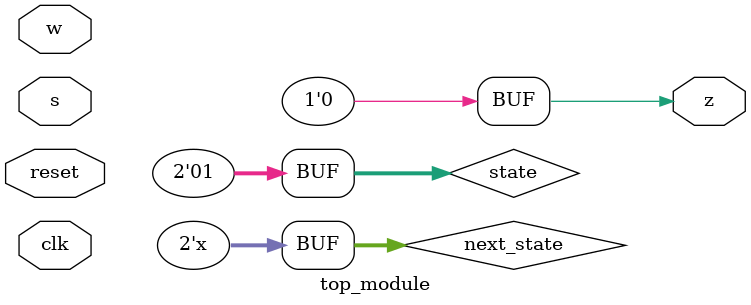
<source format=v>

module top_module (
    input clk,
    input reset,   // Synchronous reset
    input s,
    input w,
    output z
);

    parameter A = 2'b01, B = 2'b10;

    reg [1:0] state;
    reg  [1:0] next_state;
    reg [1:0] mem;   
    reg [1:0] counter;

    always @(*) begin
        case (state)
            A: next_state = (s)? B:A;
            B: next_state = B; 
			default:state=A;
        endcase
    end

    always @(posedge clk ) begin
        if(reset)
            state <= A;
        else
            state <= next_state;
    end

    always @(posedge clk ) begin
        if(reset)
            mem <= 2'd0;
        else if(counter==2'd0)
            	mem <= w? 2'd1:2'd0;
        else if (state==B)
                mem <= w? (mem+1'b1):mem; 
    end

    always @(posedge clk ) begin
        if(reset)
            counter <= 2'd0;
        else if(counter==2'd2 )
            counter <= 2'd0;
        else if(state == B)
            counter <= counter + 1'b1;
    end

    assign z = (state==B && counter ==2'd0 && mem == 2'd2); 

endmodule

</source>
